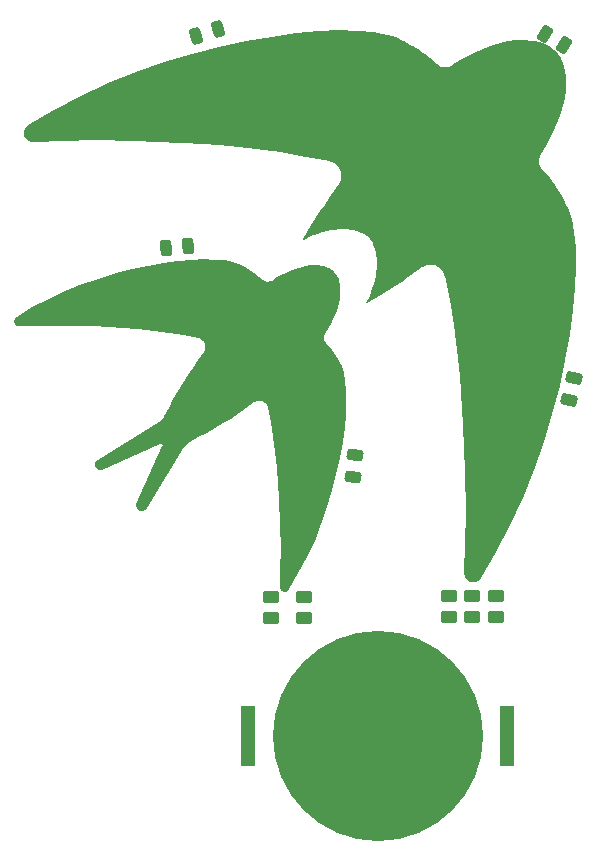
<source format=gbs>
G04 #@! TF.GenerationSoftware,KiCad,Pcbnew,(6.0.10-0)*
G04 #@! TF.CreationDate,2023-08-25T18:06:36+02:00*
G04 #@! TF.ProjectId,SwiftLeeds,53776966-744c-4656-9564-732e6b696361,rev?*
G04 #@! TF.SameCoordinates,Original*
G04 #@! TF.FileFunction,Soldermask,Bot*
G04 #@! TF.FilePolarity,Negative*
%FSLAX46Y46*%
G04 Gerber Fmt 4.6, Leading zero omitted, Abs format (unit mm)*
G04 Created by KiCad (PCBNEW (6.0.10-0)) date 2023-08-25 18:06:36*
%MOMM*%
%LPD*%
G01*
G04 APERTURE LIST*
G04 Aperture macros list*
%AMRoundRect*
0 Rectangle with rounded corners*
0 $1 Rounding radius*
0 $2 $3 $4 $5 $6 $7 $8 $9 X,Y pos of 4 corners*
0 Add a 4 corners polygon primitive as box body*
4,1,4,$2,$3,$4,$5,$6,$7,$8,$9,$2,$3,0*
0 Add four circle primitives for the rounded corners*
1,1,$1+$1,$2,$3*
1,1,$1+$1,$4,$5*
1,1,$1+$1,$6,$7*
1,1,$1+$1,$8,$9*
0 Add four rect primitives between the rounded corners*
20,1,$1+$1,$2,$3,$4,$5,0*
20,1,$1+$1,$4,$5,$6,$7,0*
20,1,$1+$1,$6,$7,$8,$9,0*
20,1,$1+$1,$8,$9,$2,$3,0*%
G04 Aperture macros list end*
%ADD10C,0.000000*%
%ADD11RoundRect,0.250000X-0.450000X0.262500X-0.450000X-0.262500X0.450000X-0.262500X0.450000X0.262500X0*%
%ADD12RoundRect,0.243750X-0.423144X0.297536X-0.482555X-0.186330X0.423144X-0.297536X0.482555X0.186330X0*%
%ADD13RoundRect,0.243750X0.203058X0.475758X-0.282587X0.433270X-0.203058X-0.475758X0.282587X-0.433270X0*%
%ADD14RoundRect,0.243750X-0.389725X0.340137X-0.499388X-0.134869X0.389725X-0.340137X0.499388X0.134869X0*%
%ADD15RoundRect,0.243750X-0.439219X-0.273249X-0.017031X-0.516999X0.439219X0.273249X0.017031X0.516999X0*%
%ADD16RoundRect,0.243750X-0.099705X-0.507580X0.366494X-0.365048X0.099705X0.507580X-0.366494X0.365048X0*%
%ADD17R,1.270000X5.080000*%
%ADD18C,17.800000*%
G04 APERTURE END LIST*
D10*
G36*
X227328829Y-48257714D02*
G01*
X228693367Y-48377241D01*
X229824548Y-48587926D01*
X230295054Y-48726581D01*
X230698129Y-48886978D01*
X230975816Y-49021369D01*
X231243445Y-49156574D01*
X231501191Y-49292476D01*
X231749229Y-49428960D01*
X231987732Y-49565909D01*
X232216875Y-49703207D01*
X232436832Y-49840737D01*
X232647779Y-49978384D01*
X232849888Y-50116030D01*
X233043336Y-50253561D01*
X233228295Y-50390859D01*
X233404942Y-50527808D01*
X233573449Y-50664292D01*
X233733992Y-50800194D01*
X233886744Y-50935399D01*
X234031881Y-51069790D01*
X234062218Y-51098742D01*
X234093660Y-51126066D01*
X234126148Y-51151762D01*
X234159624Y-51175830D01*
X234194031Y-51198271D01*
X234229310Y-51219083D01*
X234302251Y-51255825D01*
X234377982Y-51286056D01*
X234456040Y-51309776D01*
X234535957Y-51326984D01*
X234617270Y-51337681D01*
X234699513Y-51341867D01*
X234782221Y-51339541D01*
X234864930Y-51330705D01*
X234947173Y-51315357D01*
X235028486Y-51293497D01*
X235108404Y-51265127D01*
X235186461Y-51230245D01*
X235262193Y-51188853D01*
X235976180Y-50756331D01*
X236659936Y-50379677D01*
X237313927Y-50056160D01*
X237938617Y-49783047D01*
X238534472Y-49557605D01*
X239101956Y-49377103D01*
X239641535Y-49238807D01*
X240153674Y-49139985D01*
X240638839Y-49077906D01*
X241097493Y-49049836D01*
X241530102Y-49053043D01*
X241937131Y-49084795D01*
X242319046Y-49142359D01*
X242676311Y-49223004D01*
X243009392Y-49323996D01*
X243318753Y-49442603D01*
X243363838Y-49465838D01*
X243409678Y-49490817D01*
X243456100Y-49517424D01*
X243502928Y-49545542D01*
X243549989Y-49575056D01*
X243597109Y-49605848D01*
X243644111Y-49637804D01*
X243690824Y-49670806D01*
X243737071Y-49704738D01*
X243782678Y-49739484D01*
X243827472Y-49774927D01*
X243871277Y-49810952D01*
X243913920Y-49847442D01*
X243955226Y-49884281D01*
X243995020Y-49921353D01*
X244033128Y-49958540D01*
X244076856Y-49996212D01*
X244118783Y-50034815D01*
X244158965Y-50074347D01*
X244197461Y-50114810D01*
X244234329Y-50156203D01*
X244269627Y-50198526D01*
X244303414Y-50241779D01*
X244335747Y-50285962D01*
X244366685Y-50331076D01*
X244396286Y-50377119D01*
X244424608Y-50424093D01*
X244451709Y-50471997D01*
X244477647Y-50520831D01*
X244502481Y-50570596D01*
X244526268Y-50621290D01*
X244549068Y-50672915D01*
X244674214Y-50982275D01*
X244780060Y-51315355D01*
X244864047Y-51672620D01*
X244923616Y-52054534D01*
X244956211Y-52461563D01*
X244959273Y-52894172D01*
X244930243Y-53352826D01*
X244866565Y-53837990D01*
X244765680Y-54350129D01*
X244625029Y-54889708D01*
X244442056Y-55457193D01*
X244214202Y-56053048D01*
X243938909Y-56677738D01*
X243613619Y-57331729D01*
X243235774Y-58015486D01*
X242802816Y-58729473D01*
X242761424Y-58804769D01*
X242726543Y-58881635D01*
X242698172Y-58959779D01*
X242676313Y-59038912D01*
X242660966Y-59118742D01*
X242652129Y-59198979D01*
X242649804Y-59279333D01*
X242653989Y-59359512D01*
X242664686Y-59439226D01*
X242681895Y-59518185D01*
X242705614Y-59596097D01*
X242735845Y-59672671D01*
X242772587Y-59747618D01*
X242815840Y-59820647D01*
X242839909Y-59856351D01*
X242865605Y-59891466D01*
X242892929Y-59925956D01*
X242921881Y-59959786D01*
X243191477Y-60257674D01*
X243463863Y-60586724D01*
X243738110Y-60948330D01*
X244013287Y-61343887D01*
X244288464Y-61774791D01*
X244562710Y-62242437D01*
X244835097Y-62748220D01*
X244970302Y-63015849D01*
X245104693Y-63293536D01*
X245410284Y-64166680D01*
X245625823Y-65296670D01*
X245748693Y-66659437D01*
X245776278Y-68230912D01*
X245705963Y-69987029D01*
X245535130Y-71903718D01*
X245261164Y-73956913D01*
X244881449Y-76122545D01*
X244393369Y-78376545D01*
X243794307Y-80694847D01*
X243081647Y-83053381D01*
X242252774Y-85428081D01*
X241305070Y-87794878D01*
X240235920Y-90129703D01*
X239042709Y-92408490D01*
X237722818Y-94607169D01*
X237722816Y-94607166D01*
X237683797Y-94657386D01*
X237641348Y-94703827D01*
X237595760Y-94746431D01*
X237547323Y-94785140D01*
X237496328Y-94819896D01*
X237443066Y-94850640D01*
X237387827Y-94877315D01*
X237330903Y-94899862D01*
X237272583Y-94918224D01*
X237213158Y-94932341D01*
X237152920Y-94942156D01*
X237092158Y-94947612D01*
X237031164Y-94948649D01*
X236970227Y-94945209D01*
X236909640Y-94937235D01*
X236849692Y-94924668D01*
X236791575Y-94900057D01*
X236736365Y-94871027D01*
X236684179Y-94837812D01*
X236635131Y-94800644D01*
X236589340Y-94759755D01*
X236546920Y-94715377D01*
X236507988Y-94667745D01*
X236472661Y-94617089D01*
X236441054Y-94563643D01*
X236413285Y-94507638D01*
X236389468Y-94449309D01*
X236369721Y-94388886D01*
X236354160Y-94326603D01*
X236342901Y-94262692D01*
X236336061Y-94197386D01*
X236333755Y-94130917D01*
X236413750Y-91673363D01*
X236444678Y-88976055D01*
X236408169Y-85573203D01*
X236258178Y-81669917D01*
X235948662Y-77471304D01*
X235719693Y-75325347D01*
X235433577Y-73182474D01*
X235084558Y-71068323D01*
X234666880Y-69008534D01*
X234645983Y-68928201D01*
X234620633Y-68850956D01*
X234591023Y-68776865D01*
X234557351Y-68705994D01*
X234519814Y-68638407D01*
X234478606Y-68574171D01*
X234433925Y-68513350D01*
X234385966Y-68456009D01*
X234334927Y-68402215D01*
X234281002Y-68352033D01*
X234224388Y-68305528D01*
X234165282Y-68262765D01*
X234103879Y-68223811D01*
X234040377Y-68188729D01*
X233974970Y-68157587D01*
X233907856Y-68130448D01*
X233839230Y-68107379D01*
X233769289Y-68088445D01*
X233698228Y-68073711D01*
X233626245Y-68063243D01*
X233553535Y-68057106D01*
X233480294Y-68055366D01*
X233406720Y-68058087D01*
X233333007Y-68065336D01*
X233259352Y-68077178D01*
X233185952Y-68093677D01*
X233113002Y-68114901D01*
X233040699Y-68140913D01*
X232969239Y-68171780D01*
X232898818Y-68207566D01*
X232829633Y-68248337D01*
X232761879Y-68294159D01*
X232181450Y-68705452D01*
X231601021Y-69106513D01*
X231020591Y-69498272D01*
X230440161Y-69881659D01*
X229279302Y-70627040D01*
X228118442Y-71350097D01*
X228114722Y-71349981D01*
X228111010Y-71349641D01*
X228107313Y-71349083D01*
X228103637Y-71348314D01*
X228099990Y-71347341D01*
X228096380Y-71346172D01*
X228092813Y-71344815D01*
X228089297Y-71343275D01*
X228085840Y-71341561D01*
X228082447Y-71339680D01*
X228079127Y-71337640D01*
X228075888Y-71335446D01*
X228072735Y-71333107D01*
X228069677Y-71330631D01*
X228066720Y-71328023D01*
X228063873Y-71325292D01*
X228061142Y-71322444D01*
X228058534Y-71319488D01*
X228056057Y-71316430D01*
X228053719Y-71313277D01*
X228051525Y-71310037D01*
X228049484Y-71306717D01*
X228047603Y-71303325D01*
X228045890Y-71299867D01*
X228044350Y-71296351D01*
X228042993Y-71292784D01*
X228041824Y-71289174D01*
X228040851Y-71285527D01*
X228040082Y-71281851D01*
X228039524Y-71278153D01*
X228039183Y-71274441D01*
X228039068Y-71270722D01*
X228233679Y-70854430D01*
X228401605Y-70453718D01*
X228544067Y-70068354D01*
X228662287Y-69698105D01*
X228757485Y-69342739D01*
X228830881Y-69002024D01*
X228883698Y-68675726D01*
X228917155Y-68363613D01*
X228932474Y-68065453D01*
X228930875Y-67781013D01*
X228913579Y-67510061D01*
X228881808Y-67252364D01*
X228836781Y-67007689D01*
X228779721Y-66775804D01*
X228711847Y-66556476D01*
X228634381Y-66349473D01*
X228618588Y-66305290D01*
X228601051Y-66262037D01*
X228581885Y-66219714D01*
X228561208Y-66178321D01*
X228539136Y-66137859D01*
X228515784Y-66098326D01*
X228491270Y-66059724D01*
X228465710Y-66022052D01*
X228439219Y-65985310D01*
X228411914Y-65949498D01*
X228383912Y-65914616D01*
X228355328Y-65880665D01*
X228326280Y-65847643D01*
X228296882Y-65815552D01*
X228267252Y-65784391D01*
X228237506Y-65754160D01*
X228094259Y-65636338D01*
X228024728Y-65579753D01*
X227989876Y-65552448D01*
X227954733Y-65525958D01*
X227919124Y-65500397D01*
X227882876Y-65475883D01*
X227845815Y-65452532D01*
X227807765Y-65430460D01*
X227768552Y-65409783D01*
X227728002Y-65390617D01*
X227685940Y-65373080D01*
X227642193Y-65357286D01*
X227442167Y-65279820D01*
X227228885Y-65211946D01*
X227002116Y-65154886D01*
X226761627Y-65109860D01*
X226507186Y-65078088D01*
X226238559Y-65060793D01*
X225955514Y-65059194D01*
X225657820Y-65074513D01*
X225345242Y-65107970D01*
X225017549Y-65160786D01*
X224674508Y-65234183D01*
X224315886Y-65329380D01*
X223941452Y-65447600D01*
X223550972Y-65590062D01*
X223144213Y-65757988D01*
X222720945Y-65952598D01*
X222717112Y-65952483D01*
X222713077Y-65952143D01*
X222708867Y-65951584D01*
X222704511Y-65950815D01*
X222700039Y-65949842D01*
X222695481Y-65948674D01*
X222690864Y-65947316D01*
X222686217Y-65945777D01*
X222681571Y-65944063D01*
X222676954Y-65942182D01*
X222672395Y-65940141D01*
X222667924Y-65937948D01*
X222663568Y-65935609D01*
X222659358Y-65933132D01*
X222655322Y-65930524D01*
X222651490Y-65927793D01*
X222647891Y-65924946D01*
X222644553Y-65921989D01*
X222641505Y-65918931D01*
X222638778Y-65915778D01*
X222636399Y-65912538D01*
X222634398Y-65909219D01*
X222632804Y-65905826D01*
X222631646Y-65902368D01*
X222630953Y-65898852D01*
X222630755Y-65895285D01*
X222631079Y-65891675D01*
X222631956Y-65888028D01*
X222633415Y-65884352D01*
X222635483Y-65880655D01*
X222638191Y-65876943D01*
X222641568Y-65873223D01*
X223364625Y-64712363D01*
X224110005Y-63551504D01*
X224493393Y-62971074D01*
X224885152Y-62390645D01*
X225286213Y-61810215D01*
X225697507Y-61229786D01*
X225743216Y-61162032D01*
X225783664Y-61092847D01*
X225818938Y-61022426D01*
X225849124Y-60950966D01*
X225874312Y-60878663D01*
X225894586Y-60805713D01*
X225910036Y-60732313D01*
X225920747Y-60658658D01*
X225926808Y-60584945D01*
X225928304Y-60511370D01*
X225925325Y-60438130D01*
X225917956Y-60365420D01*
X225906285Y-60293437D01*
X225890399Y-60222376D01*
X225870386Y-60152435D01*
X225846332Y-60083809D01*
X225818325Y-60016695D01*
X225786452Y-59951288D01*
X225750800Y-59887785D01*
X225711456Y-59826383D01*
X225668508Y-59767277D01*
X225622043Y-59710663D01*
X225572148Y-59656738D01*
X225518910Y-59605699D01*
X225462417Y-59557740D01*
X225402755Y-59513059D01*
X225340011Y-59471852D01*
X225274274Y-59434314D01*
X225205630Y-59400642D01*
X225134167Y-59371033D01*
X225059971Y-59345682D01*
X224983130Y-59324786D01*
X222923779Y-58907108D01*
X220810827Y-58558089D01*
X218669737Y-58271972D01*
X216525972Y-58043004D01*
X214404997Y-57865428D01*
X212332275Y-57733488D01*
X210333269Y-57641430D01*
X208433443Y-57583497D01*
X205033186Y-57546988D01*
X202335211Y-57577916D01*
X199860943Y-57657911D01*
X199827578Y-57660824D01*
X199794475Y-57662145D01*
X199761662Y-57661912D01*
X199729169Y-57660159D01*
X199697024Y-57656924D01*
X199665258Y-57652243D01*
X199633898Y-57646152D01*
X199602975Y-57638688D01*
X199572516Y-57629886D01*
X199542552Y-57619784D01*
X199513111Y-57608417D01*
X199484222Y-57595822D01*
X199455915Y-57582035D01*
X199428218Y-57567093D01*
X199401161Y-57551032D01*
X199374772Y-57533888D01*
X199349080Y-57515697D01*
X199324116Y-57496497D01*
X199299907Y-57476322D01*
X199276483Y-57455211D01*
X199253873Y-57433198D01*
X199232106Y-57410320D01*
X199211211Y-57386614D01*
X199191217Y-57362116D01*
X199172153Y-57336862D01*
X199154049Y-57310888D01*
X199136932Y-57284232D01*
X199120834Y-57256928D01*
X199105781Y-57229015D01*
X199091804Y-57200527D01*
X199078932Y-57171501D01*
X199067194Y-57141974D01*
X199056840Y-57112098D01*
X199048086Y-57082026D01*
X199040902Y-57051794D01*
X199035258Y-57021439D01*
X199031125Y-56990996D01*
X199028475Y-56960502D01*
X199027278Y-56929994D01*
X199027506Y-56899508D01*
X199029129Y-56869080D01*
X199032118Y-56838746D01*
X199036444Y-56808543D01*
X199042079Y-56778507D01*
X199048992Y-56748675D01*
X199057155Y-56719083D01*
X199066539Y-56689766D01*
X199077115Y-56660763D01*
X199088854Y-56632108D01*
X199101726Y-56603838D01*
X199115703Y-56575989D01*
X199130756Y-56548599D01*
X199146854Y-56521703D01*
X199163971Y-56495337D01*
X199182075Y-56469538D01*
X199201139Y-56444342D01*
X199221133Y-56419785D01*
X199242028Y-56395905D01*
X199263795Y-56372736D01*
X199286405Y-56350316D01*
X199309829Y-56328681D01*
X199334038Y-56307867D01*
X199359002Y-56287911D01*
X199384694Y-56268849D01*
X201576798Y-54949394D01*
X203850700Y-53757374D01*
X206182157Y-52689998D01*
X208546925Y-51744474D01*
X210920763Y-50918013D01*
X213279426Y-50207825D01*
X215598674Y-49611117D01*
X217854263Y-49125101D01*
X220021950Y-48746985D01*
X222077493Y-48473978D01*
X223996649Y-48303292D01*
X225755175Y-48232133D01*
X227328829Y-48257714D01*
G37*
G36*
X215251556Y-67632997D02*
G01*
X216073289Y-67705977D01*
X216755495Y-67834302D01*
X217039771Y-67918711D01*
X217283758Y-68016345D01*
X217444698Y-68098201D01*
X217600173Y-68180056D01*
X217750299Y-68261912D01*
X217895193Y-68343767D01*
X218034972Y-68425623D01*
X218169750Y-68507478D01*
X218299645Y-68589334D01*
X218424773Y-68671189D01*
X218545250Y-68753045D01*
X218661193Y-68834900D01*
X218772717Y-68916756D01*
X218879939Y-68998611D01*
X218982975Y-69080467D01*
X219081942Y-69162322D01*
X219176955Y-69244178D01*
X219268132Y-69326033D01*
X219287078Y-69344170D01*
X219306686Y-69361370D01*
X219326918Y-69377625D01*
X219347740Y-69392928D01*
X219391003Y-69420649D01*
X219436184Y-69444475D01*
X219482993Y-69464348D01*
X219531140Y-69480209D01*
X219580333Y-69492001D01*
X219630281Y-69499666D01*
X219680695Y-69503144D01*
X219731283Y-69502379D01*
X219781755Y-69497311D01*
X219831820Y-69487884D01*
X219856609Y-69481517D01*
X219881187Y-69474038D01*
X219905518Y-69465439D01*
X219929566Y-69455715D01*
X219953294Y-69444857D01*
X219976666Y-69432858D01*
X219999645Y-69419711D01*
X220022196Y-69405408D01*
X220444999Y-69147022D01*
X220850362Y-68921484D01*
X221238516Y-68727223D01*
X221609695Y-68562669D01*
X221964131Y-68426253D01*
X222302056Y-68316405D01*
X222623703Y-68231555D01*
X222929304Y-68170134D01*
X223219093Y-68130573D01*
X223493301Y-68111301D01*
X223752161Y-68110748D01*
X223995906Y-68127346D01*
X224224768Y-68159524D01*
X224438980Y-68205713D01*
X224638774Y-68264343D01*
X224824383Y-68333845D01*
X224861125Y-68349183D01*
X224896937Y-68365393D01*
X224931818Y-68382418D01*
X224965769Y-68400198D01*
X224998790Y-68418675D01*
X225030881Y-68437792D01*
X225062042Y-68457491D01*
X225092272Y-68477712D01*
X225121573Y-68498399D01*
X225149943Y-68519493D01*
X225177383Y-68540935D01*
X225203893Y-68562668D01*
X225229473Y-68584634D01*
X225254122Y-68606774D01*
X225277842Y-68629030D01*
X225300632Y-68651345D01*
X225389309Y-68770407D01*
X225432485Y-68829938D01*
X225474265Y-68889470D01*
X225514185Y-68949001D01*
X225551779Y-69008532D01*
X225569559Y-69038298D01*
X225586583Y-69068064D01*
X225602793Y-69097829D01*
X225618131Y-69127595D01*
X225687632Y-69312768D01*
X225746263Y-69511370D01*
X225792452Y-69723809D01*
X225824630Y-69950491D01*
X225841228Y-70191823D01*
X225840676Y-70448212D01*
X225821404Y-70720066D01*
X225781842Y-71007791D01*
X225720422Y-71311793D01*
X225635573Y-71632481D01*
X225525725Y-71970261D01*
X225389309Y-72325540D01*
X225224756Y-72698724D01*
X225030495Y-73090222D01*
X224804957Y-73500439D01*
X224546572Y-73929784D01*
X224532269Y-73952334D01*
X224519122Y-73975313D01*
X224507122Y-73998685D01*
X224496264Y-74022413D01*
X224486539Y-74046461D01*
X224477941Y-74070792D01*
X224470462Y-74095370D01*
X224464095Y-74120159D01*
X224458832Y-74145122D01*
X224454667Y-74170223D01*
X224451592Y-74195427D01*
X224449599Y-74220695D01*
X224448682Y-74245993D01*
X224448834Y-74271283D01*
X224450046Y-74296530D01*
X224452312Y-74321697D01*
X224455625Y-74346748D01*
X224459976Y-74371646D01*
X224465360Y-74396355D01*
X224471768Y-74420838D01*
X224479194Y-74445061D01*
X224487630Y-74468985D01*
X224497068Y-74492575D01*
X224507503Y-74515794D01*
X224518925Y-74538607D01*
X224531329Y-74560976D01*
X224544706Y-74582865D01*
X224559050Y-74604239D01*
X224574353Y-74625060D01*
X224590608Y-74645292D01*
X224607808Y-74664900D01*
X224625945Y-74683846D01*
X224708237Y-74768482D01*
X224791284Y-74858641D01*
X224874913Y-74954265D01*
X224958949Y-75055296D01*
X225043217Y-75161675D01*
X225127543Y-75273344D01*
X225211753Y-75390246D01*
X225295672Y-75512322D01*
X225379126Y-75639514D01*
X225461941Y-75771764D01*
X225543942Y-75909013D01*
X225624954Y-76051204D01*
X225704804Y-76198278D01*
X225783316Y-76350178D01*
X225860318Y-76506845D01*
X225935633Y-76668220D01*
X226117676Y-77196485D01*
X226246001Y-77878697D01*
X226318981Y-78700440D01*
X226334988Y-79647294D01*
X226292394Y-80704841D01*
X226189571Y-81858663D01*
X226024891Y-83094341D01*
X225796727Y-84397458D01*
X225503450Y-85753595D01*
X225143433Y-87148334D01*
X224715048Y-88567256D01*
X224216668Y-89995944D01*
X223646664Y-91419978D01*
X223003409Y-92824941D01*
X222285274Y-94196413D01*
X221490633Y-95519978D01*
X221490632Y-95519976D01*
X221482732Y-95538230D01*
X221473947Y-95555787D01*
X221464318Y-95572647D01*
X221453890Y-95588809D01*
X221442706Y-95604273D01*
X221430810Y-95619039D01*
X221418245Y-95633108D01*
X221405056Y-95646479D01*
X221391285Y-95659153D01*
X221376976Y-95671129D01*
X221362173Y-95682407D01*
X221346920Y-95692988D01*
X221315236Y-95712056D01*
X221282273Y-95728335D01*
X221248379Y-95741822D01*
X221213905Y-95752519D01*
X221179198Y-95760426D01*
X221144607Y-95765542D01*
X221110481Y-95767867D01*
X221077169Y-95767402D01*
X221045019Y-95764147D01*
X221014382Y-95758101D01*
X220996012Y-95750315D01*
X220978114Y-95741853D01*
X220943766Y-95722988D01*
X220911394Y-95701681D01*
X220881056Y-95678107D01*
X220852812Y-95652440D01*
X220826719Y-95624855D01*
X220802835Y-95595525D01*
X220781218Y-95564626D01*
X220761926Y-95532332D01*
X220745019Y-95498816D01*
X220730553Y-95464254D01*
X220718586Y-95428820D01*
X220709178Y-95392689D01*
X220702386Y-95356034D01*
X220698268Y-95319031D01*
X220696882Y-95281853D01*
X220748352Y-93800983D01*
X220770134Y-92178725D01*
X220751453Y-90132302D01*
X220663938Y-87784503D01*
X220479221Y-85258114D01*
X220341545Y-83966320D01*
X220168930Y-82675923D01*
X219957828Y-81402274D01*
X219704694Y-80160720D01*
X219692156Y-80113173D01*
X219676944Y-80067305D01*
X219659173Y-80023166D01*
X219638961Y-79980808D01*
X219616424Y-79940282D01*
X219591677Y-79901637D01*
X219564838Y-79864925D01*
X219536022Y-79830197D01*
X219505345Y-79797504D01*
X219472925Y-79766897D01*
X219438876Y-79738426D01*
X219403316Y-79712143D01*
X219366361Y-79688097D01*
X219328127Y-79666341D01*
X219288730Y-79646925D01*
X219248287Y-79629899D01*
X219206914Y-79615316D01*
X219164726Y-79603225D01*
X219121841Y-79593677D01*
X219078375Y-79586724D01*
X219034443Y-79582415D01*
X218990163Y-79580803D01*
X218945650Y-79581938D01*
X218901021Y-79585871D01*
X218856392Y-79592652D01*
X218811880Y-79602333D01*
X218767599Y-79614964D01*
X218723668Y-79630596D01*
X218680202Y-79649281D01*
X218637317Y-79671069D01*
X218595129Y-79696010D01*
X218553756Y-79724156D01*
X217885502Y-80202733D01*
X217218643Y-80658054D01*
X216550855Y-81092912D01*
X215879811Y-81510096D01*
X215203185Y-81912397D01*
X214518654Y-82302606D01*
X213823890Y-82683513D01*
X213116569Y-83057909D01*
X213079381Y-83080697D01*
X213042310Y-83104416D01*
X213005471Y-83129066D01*
X212968981Y-83154645D01*
X212932956Y-83181155D01*
X212897513Y-83208595D01*
X212862767Y-83236965D01*
X212828834Y-83266266D01*
X212795833Y-83296497D01*
X212763877Y-83327658D01*
X212733084Y-83359749D01*
X212703571Y-83392770D01*
X212675452Y-83426722D01*
X212648845Y-83461604D01*
X212623866Y-83497416D01*
X212600631Y-83534158D01*
X209425632Y-88693729D01*
X209414012Y-88711982D01*
X209401506Y-88729531D01*
X209388156Y-88746367D01*
X209374007Y-88762484D01*
X209359103Y-88777874D01*
X209343486Y-88792530D01*
X209327201Y-88806445D01*
X209310290Y-88819612D01*
X209274769Y-88843670D01*
X209237272Y-88864647D01*
X209198146Y-88882485D01*
X209157742Y-88897126D01*
X209116407Y-88908511D01*
X209074491Y-88916582D01*
X209032342Y-88921281D01*
X208990310Y-88922550D01*
X208948743Y-88920331D01*
X208907989Y-88914566D01*
X208888027Y-88910335D01*
X208868399Y-88905196D01*
X208849149Y-88899142D01*
X208830320Y-88892164D01*
X208794062Y-88868920D01*
X208759782Y-88843873D01*
X208727594Y-88817082D01*
X208697615Y-88788605D01*
X208669962Y-88758500D01*
X208644750Y-88726826D01*
X208622096Y-88693640D01*
X208602117Y-88659001D01*
X208584928Y-88622966D01*
X208570646Y-88585594D01*
X208559387Y-88546943D01*
X208551267Y-88507072D01*
X208546403Y-88466037D01*
X208544911Y-88423898D01*
X208545466Y-88402433D01*
X208546907Y-88380713D01*
X208549249Y-88358746D01*
X208552507Y-88336539D01*
X210775008Y-83454779D01*
X210778498Y-83447338D01*
X210781539Y-83439906D01*
X210784143Y-83432487D01*
X210786325Y-83425091D01*
X210788101Y-83417723D01*
X210789484Y-83410392D01*
X210790489Y-83403105D01*
X210791131Y-83395868D01*
X210791424Y-83388690D01*
X210791383Y-83381576D01*
X210791022Y-83374536D01*
X210790356Y-83367575D01*
X210789399Y-83360702D01*
X210788166Y-83353923D01*
X210786672Y-83347246D01*
X210784930Y-83340678D01*
X210782956Y-83334226D01*
X210780763Y-83327897D01*
X210775783Y-83315640D01*
X210770105Y-83303965D01*
X210763846Y-83292928D01*
X210757121Y-83282590D01*
X210750048Y-83273007D01*
X210742742Y-83264238D01*
X210735320Y-83256341D01*
X210727423Y-83248919D01*
X210718654Y-83241614D01*
X210709072Y-83234541D01*
X210698733Y-83227817D01*
X210687697Y-83221558D01*
X210676022Y-83215880D01*
X210663765Y-83210900D01*
X210650985Y-83206733D01*
X210637739Y-83203497D01*
X210624087Y-83201307D01*
X210610086Y-83200280D01*
X210602973Y-83200239D01*
X210595794Y-83200532D01*
X210588558Y-83201174D01*
X210581270Y-83202179D01*
X210573939Y-83203563D01*
X210566571Y-83205338D01*
X210559175Y-83207521D01*
X210551757Y-83210125D01*
X210544324Y-83213165D01*
X210536883Y-83216656D01*
X205655320Y-85439155D01*
X205633001Y-85442414D01*
X205610711Y-85444756D01*
X205588478Y-85446197D01*
X205566333Y-85446752D01*
X205544305Y-85446435D01*
X205522421Y-85445260D01*
X205500712Y-85443242D01*
X205479207Y-85440396D01*
X205457934Y-85436736D01*
X205436923Y-85432276D01*
X205416202Y-85427032D01*
X205395801Y-85421017D01*
X205375749Y-85414247D01*
X205356075Y-85406735D01*
X205336808Y-85398497D01*
X205317977Y-85389546D01*
X205299611Y-85379898D01*
X205281739Y-85369567D01*
X205264390Y-85358567D01*
X205247593Y-85346913D01*
X205231378Y-85334620D01*
X205215774Y-85321701D01*
X205200809Y-85308173D01*
X205186512Y-85294048D01*
X205172913Y-85279342D01*
X205160041Y-85264070D01*
X205147924Y-85248245D01*
X205136592Y-85231882D01*
X205126075Y-85214996D01*
X205116400Y-85197601D01*
X205107597Y-85179713D01*
X205099695Y-85161344D01*
X205092718Y-85139024D01*
X205086663Y-85116725D01*
X205081524Y-85094470D01*
X205077293Y-85072280D01*
X205073964Y-85050177D01*
X205071528Y-85028184D01*
X205069979Y-85006321D01*
X205069309Y-84984611D01*
X205069512Y-84963075D01*
X205070579Y-84941736D01*
X205072503Y-84920614D01*
X205075278Y-84899732D01*
X205078896Y-84879112D01*
X205083349Y-84858776D01*
X205088631Y-84838744D01*
X205094734Y-84819040D01*
X205101651Y-84799684D01*
X205109375Y-84780699D01*
X205117898Y-84762107D01*
X205127213Y-84743928D01*
X205137313Y-84726186D01*
X205148190Y-84708901D01*
X205159838Y-84692096D01*
X205172249Y-84675793D01*
X205185416Y-84660012D01*
X205199331Y-84644777D01*
X205213987Y-84630109D01*
X205229377Y-84616029D01*
X205245494Y-84602559D01*
X205262331Y-84589722D01*
X205279880Y-84577539D01*
X205298133Y-84566031D01*
X210457507Y-81391031D01*
X210494249Y-81367796D01*
X210530061Y-81342816D01*
X210564943Y-81316209D01*
X210598894Y-81288091D01*
X210631916Y-81258577D01*
X210664007Y-81227784D01*
X210695168Y-81195828D01*
X210725398Y-81162826D01*
X210754699Y-81128894D01*
X210783069Y-81094148D01*
X210810510Y-81058704D01*
X210837020Y-81022679D01*
X210862599Y-80986189D01*
X210887249Y-80949351D01*
X210910968Y-80912279D01*
X210933757Y-80875091D01*
X211308153Y-80167771D01*
X211689060Y-79473008D01*
X212079269Y-78788476D01*
X212481570Y-78111851D01*
X212898753Y-77440806D01*
X213333611Y-76773018D01*
X213788932Y-76106160D01*
X214267507Y-75437906D01*
X214295654Y-75396533D01*
X214320595Y-75354346D01*
X214342383Y-75311461D01*
X214361068Y-75267995D01*
X214376700Y-75224063D01*
X214389331Y-75179783D01*
X214399012Y-75135270D01*
X214405794Y-75090641D01*
X214409726Y-75046012D01*
X214410861Y-75001500D01*
X214409249Y-74957220D01*
X214404941Y-74913288D01*
X214397988Y-74869822D01*
X214388440Y-74826937D01*
X214376349Y-74784749D01*
X214361765Y-74743376D01*
X214344740Y-74702933D01*
X214325324Y-74663536D01*
X214303567Y-74625302D01*
X214279522Y-74588346D01*
X214253239Y-74552787D01*
X214224768Y-74518738D01*
X214194160Y-74486318D01*
X214161467Y-74455641D01*
X214126740Y-74426825D01*
X214090028Y-74399985D01*
X214051383Y-74375239D01*
X214010856Y-74352701D01*
X213968498Y-74332489D01*
X213924360Y-74314719D01*
X213878492Y-74299506D01*
X213830945Y-74286968D01*
X212589393Y-74033834D01*
X211315750Y-73822733D01*
X210025363Y-73650118D01*
X208733582Y-73512442D01*
X207455753Y-73406160D01*
X206207224Y-73327725D01*
X205003344Y-73273591D01*
X203859460Y-73240211D01*
X201813074Y-73221531D01*
X200190847Y-73243313D01*
X198710007Y-73294782D01*
X198687915Y-73294435D01*
X198666289Y-73293397D01*
X198645127Y-73291676D01*
X198624431Y-73289279D01*
X198604199Y-73286214D01*
X198584433Y-73282487D01*
X198565132Y-73278106D01*
X198546296Y-73273079D01*
X198527925Y-73267412D01*
X198510019Y-73261112D01*
X198492578Y-73254188D01*
X198475603Y-73246646D01*
X198459092Y-73238494D01*
X198443047Y-73229738D01*
X198427466Y-73220387D01*
X198412351Y-73210447D01*
X198397700Y-73199926D01*
X198383515Y-73188830D01*
X198369795Y-73177168D01*
X198356540Y-73164946D01*
X198343750Y-73152172D01*
X198331425Y-73138853D01*
X198319566Y-73124996D01*
X198308171Y-73110608D01*
X198297241Y-73095698D01*
X198286777Y-73080271D01*
X198276778Y-73064336D01*
X198267243Y-73047899D01*
X198258174Y-73030968D01*
X198249570Y-73013551D01*
X198233757Y-72977283D01*
X198230384Y-72958682D01*
X198227701Y-72940096D01*
X198225702Y-72921538D01*
X198224378Y-72903024D01*
X198223722Y-72884568D01*
X198223729Y-72866185D01*
X198224389Y-72847889D01*
X198225695Y-72829695D01*
X198227642Y-72811617D01*
X198230220Y-72793670D01*
X198233424Y-72775869D01*
X198237245Y-72758227D01*
X198246712Y-72723481D01*
X198258562Y-72689549D01*
X198272737Y-72656547D01*
X198289180Y-72624592D01*
X198307832Y-72593799D01*
X198328635Y-72564285D01*
X198351531Y-72536167D01*
X198376461Y-72509560D01*
X198389672Y-72496860D01*
X198403369Y-72484581D01*
X198417545Y-72472739D01*
X198432194Y-72461346D01*
X199755757Y-71666705D01*
X201127224Y-70948570D01*
X202532177Y-70305315D01*
X203956199Y-69735311D01*
X205384871Y-69236930D01*
X206803777Y-68808545D01*
X208198498Y-68448528D01*
X209554617Y-68155252D01*
X210857716Y-67927087D01*
X212093377Y-67762407D01*
X213247182Y-67659584D01*
X214304714Y-67616990D01*
X215251556Y-67632997D01*
G37*
D11*
X222735000Y-96175000D03*
X222735000Y-98000000D03*
X220000000Y-96175000D03*
X220000000Y-98000000D03*
X239000000Y-96087500D03*
X239000000Y-97912500D03*
X237000000Y-96087500D03*
X237000000Y-97912500D03*
X235000000Y-96087500D03*
X235000000Y-97912500D03*
D12*
X227114253Y-84154446D03*
X226885747Y-86015470D03*
D13*
X212933933Y-66518291D03*
X211066067Y-66681709D03*
D14*
X245229248Y-79520194D03*
X245651032Y-77693250D03*
D15*
X243188101Y-48531250D03*
X244811899Y-49468750D03*
D16*
X215438041Y-48152119D03*
X213644969Y-48700315D03*
D17*
X239985000Y-108000000D03*
X218015000Y-108000000D03*
D18*
X229000000Y-108000000D03*
M02*

</source>
